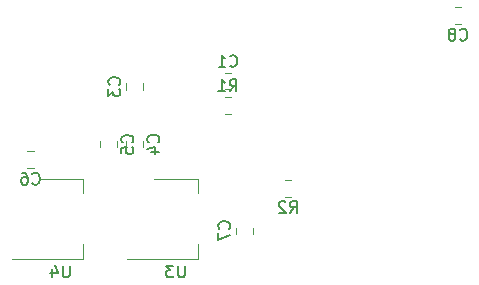
<source format=gbr>
G04 #@! TF.GenerationSoftware,KiCad,Pcbnew,(5.1.4)-1*
G04 #@! TF.CreationDate,2020-06-16T20:58:40+02:00*
G04 #@! TF.ProjectId,STM32F030C6_Board,53544d33-3246-4303-9330-43365f426f61,rev?*
G04 #@! TF.SameCoordinates,Original*
G04 #@! TF.FileFunction,Legend,Bot*
G04 #@! TF.FilePolarity,Positive*
%FSLAX46Y46*%
G04 Gerber Fmt 4.6, Leading zero omitted, Abs format (unit mm)*
G04 Created by KiCad (PCBNEW (5.1.4)-1) date 2020-06-16 20:58:40*
%MOMM*%
%LPD*%
G04 APERTURE LIST*
%ADD10C,0.120000*%
%ADD11C,0.150000*%
G04 APERTURE END LIST*
D10*
X166786251Y-103015001D02*
X166263747Y-103015001D01*
X166786251Y-104435001D02*
X166263747Y-104435001D01*
X157890000Y-103938748D02*
X157890000Y-104461252D01*
X159310000Y-103938748D02*
X159310000Y-104461252D01*
X157890000Y-109336252D02*
X157890000Y-108813748D01*
X159310000Y-109336252D02*
X159310000Y-108813748D01*
X157110000Y-109361252D02*
X157110000Y-108838748D01*
X155690000Y-109361252D02*
X155690000Y-108838748D01*
X149538748Y-111110000D02*
X150061252Y-111110000D01*
X149538748Y-109690000D02*
X150061252Y-109690000D01*
X168610000Y-116138748D02*
X168610000Y-116661252D01*
X167190000Y-116138748D02*
X167190000Y-116661252D01*
X185738748Y-97490000D02*
X186261252Y-97490000D01*
X185738748Y-98910000D02*
X186261252Y-98910000D01*
X166761252Y-106510000D02*
X166238748Y-106510000D01*
X166761252Y-105090000D02*
X166238748Y-105090000D01*
X171338748Y-113510000D02*
X171861252Y-113510000D01*
X171338748Y-112090000D02*
X171861252Y-112090000D01*
X164010000Y-111990000D02*
X164010000Y-113250000D01*
X164010000Y-118810000D02*
X164010000Y-117550000D01*
X160250000Y-111990000D02*
X164010000Y-111990000D01*
X158000000Y-118810000D02*
X164010000Y-118810000D01*
X148250000Y-118810000D02*
X154260000Y-118810000D01*
X150500000Y-111990000D02*
X154260000Y-111990000D01*
X154260000Y-118810000D02*
X154260000Y-117550000D01*
X154260000Y-111990000D02*
X154260000Y-113250000D01*
D11*
X166691665Y-102432143D02*
X166739284Y-102479762D01*
X166882141Y-102527381D01*
X166977379Y-102527381D01*
X167120237Y-102479762D01*
X167215475Y-102384524D01*
X167263094Y-102289286D01*
X167310713Y-102098810D01*
X167310713Y-101955953D01*
X167263094Y-101765477D01*
X167215475Y-101670239D01*
X167120237Y-101575001D01*
X166977379Y-101527381D01*
X166882141Y-101527381D01*
X166739284Y-101575001D01*
X166691665Y-101622620D01*
X165739284Y-102527381D02*
X166310713Y-102527381D01*
X166024999Y-102527381D02*
X166024999Y-101527381D01*
X166120237Y-101670239D01*
X166215475Y-101765477D01*
X166310713Y-101813096D01*
X157307142Y-104033333D02*
X157354761Y-103985714D01*
X157402380Y-103842857D01*
X157402380Y-103747619D01*
X157354761Y-103604761D01*
X157259523Y-103509523D01*
X157164285Y-103461904D01*
X156973809Y-103414285D01*
X156830952Y-103414285D01*
X156640476Y-103461904D01*
X156545238Y-103509523D01*
X156450000Y-103604761D01*
X156402380Y-103747619D01*
X156402380Y-103842857D01*
X156450000Y-103985714D01*
X156497619Y-104033333D01*
X156402380Y-104366666D02*
X156402380Y-104985714D01*
X156783333Y-104652380D01*
X156783333Y-104795238D01*
X156830952Y-104890476D01*
X156878571Y-104938095D01*
X156973809Y-104985714D01*
X157211904Y-104985714D01*
X157307142Y-104938095D01*
X157354761Y-104890476D01*
X157402380Y-104795238D01*
X157402380Y-104509523D01*
X157354761Y-104414285D01*
X157307142Y-104366666D01*
X160607142Y-108908333D02*
X160654761Y-108860714D01*
X160702380Y-108717857D01*
X160702380Y-108622619D01*
X160654761Y-108479761D01*
X160559523Y-108384523D01*
X160464285Y-108336904D01*
X160273809Y-108289285D01*
X160130952Y-108289285D01*
X159940476Y-108336904D01*
X159845238Y-108384523D01*
X159750000Y-108479761D01*
X159702380Y-108622619D01*
X159702380Y-108717857D01*
X159750000Y-108860714D01*
X159797619Y-108908333D01*
X160035714Y-109765476D02*
X160702380Y-109765476D01*
X159654761Y-109527380D02*
X160369047Y-109289285D01*
X160369047Y-109908333D01*
X158407142Y-108933333D02*
X158454761Y-108885714D01*
X158502380Y-108742857D01*
X158502380Y-108647619D01*
X158454761Y-108504761D01*
X158359523Y-108409523D01*
X158264285Y-108361904D01*
X158073809Y-108314285D01*
X157930952Y-108314285D01*
X157740476Y-108361904D01*
X157645238Y-108409523D01*
X157550000Y-108504761D01*
X157502380Y-108647619D01*
X157502380Y-108742857D01*
X157550000Y-108885714D01*
X157597619Y-108933333D01*
X157502380Y-109838095D02*
X157502380Y-109361904D01*
X157978571Y-109314285D01*
X157930952Y-109361904D01*
X157883333Y-109457142D01*
X157883333Y-109695238D01*
X157930952Y-109790476D01*
X157978571Y-109838095D01*
X158073809Y-109885714D01*
X158311904Y-109885714D01*
X158407142Y-109838095D01*
X158454761Y-109790476D01*
X158502380Y-109695238D01*
X158502380Y-109457142D01*
X158454761Y-109361904D01*
X158407142Y-109314285D01*
X149966666Y-112407142D02*
X150014285Y-112454761D01*
X150157142Y-112502380D01*
X150252380Y-112502380D01*
X150395238Y-112454761D01*
X150490476Y-112359523D01*
X150538095Y-112264285D01*
X150585714Y-112073809D01*
X150585714Y-111930952D01*
X150538095Y-111740476D01*
X150490476Y-111645238D01*
X150395238Y-111550000D01*
X150252380Y-111502380D01*
X150157142Y-111502380D01*
X150014285Y-111550000D01*
X149966666Y-111597619D01*
X149109523Y-111502380D02*
X149300000Y-111502380D01*
X149395238Y-111550000D01*
X149442857Y-111597619D01*
X149538095Y-111740476D01*
X149585714Y-111930952D01*
X149585714Y-112311904D01*
X149538095Y-112407142D01*
X149490476Y-112454761D01*
X149395238Y-112502380D01*
X149204761Y-112502380D01*
X149109523Y-112454761D01*
X149061904Y-112407142D01*
X149014285Y-112311904D01*
X149014285Y-112073809D01*
X149061904Y-111978571D01*
X149109523Y-111930952D01*
X149204761Y-111883333D01*
X149395238Y-111883333D01*
X149490476Y-111930952D01*
X149538095Y-111978571D01*
X149585714Y-112073809D01*
X166607142Y-116233333D02*
X166654761Y-116185714D01*
X166702380Y-116042857D01*
X166702380Y-115947619D01*
X166654761Y-115804761D01*
X166559523Y-115709523D01*
X166464285Y-115661904D01*
X166273809Y-115614285D01*
X166130952Y-115614285D01*
X165940476Y-115661904D01*
X165845238Y-115709523D01*
X165750000Y-115804761D01*
X165702380Y-115947619D01*
X165702380Y-116042857D01*
X165750000Y-116185714D01*
X165797619Y-116233333D01*
X165702380Y-116566666D02*
X165702380Y-117233333D01*
X166702380Y-116804761D01*
X186166666Y-100207142D02*
X186214285Y-100254761D01*
X186357142Y-100302380D01*
X186452380Y-100302380D01*
X186595238Y-100254761D01*
X186690476Y-100159523D01*
X186738095Y-100064285D01*
X186785714Y-99873809D01*
X186785714Y-99730952D01*
X186738095Y-99540476D01*
X186690476Y-99445238D01*
X186595238Y-99350000D01*
X186452380Y-99302380D01*
X186357142Y-99302380D01*
X186214285Y-99350000D01*
X186166666Y-99397619D01*
X185595238Y-99730952D02*
X185690476Y-99683333D01*
X185738095Y-99635714D01*
X185785714Y-99540476D01*
X185785714Y-99492857D01*
X185738095Y-99397619D01*
X185690476Y-99350000D01*
X185595238Y-99302380D01*
X185404761Y-99302380D01*
X185309523Y-99350000D01*
X185261904Y-99397619D01*
X185214285Y-99492857D01*
X185214285Y-99540476D01*
X185261904Y-99635714D01*
X185309523Y-99683333D01*
X185404761Y-99730952D01*
X185595238Y-99730952D01*
X185690476Y-99778571D01*
X185738095Y-99826190D01*
X185785714Y-99921428D01*
X185785714Y-100111904D01*
X185738095Y-100207142D01*
X185690476Y-100254761D01*
X185595238Y-100302380D01*
X185404761Y-100302380D01*
X185309523Y-100254761D01*
X185261904Y-100207142D01*
X185214285Y-100111904D01*
X185214285Y-99921428D01*
X185261904Y-99826190D01*
X185309523Y-99778571D01*
X185404761Y-99730952D01*
X166666666Y-104602380D02*
X167000000Y-104126190D01*
X167238095Y-104602380D02*
X167238095Y-103602380D01*
X166857142Y-103602380D01*
X166761904Y-103650000D01*
X166714285Y-103697619D01*
X166666666Y-103792857D01*
X166666666Y-103935714D01*
X166714285Y-104030952D01*
X166761904Y-104078571D01*
X166857142Y-104126190D01*
X167238095Y-104126190D01*
X165714285Y-104602380D02*
X166285714Y-104602380D01*
X166000000Y-104602380D02*
X166000000Y-103602380D01*
X166095238Y-103745238D01*
X166190476Y-103840476D01*
X166285714Y-103888095D01*
X171766666Y-114902380D02*
X172100000Y-114426190D01*
X172338095Y-114902380D02*
X172338095Y-113902380D01*
X171957142Y-113902380D01*
X171861904Y-113950000D01*
X171814285Y-113997619D01*
X171766666Y-114092857D01*
X171766666Y-114235714D01*
X171814285Y-114330952D01*
X171861904Y-114378571D01*
X171957142Y-114426190D01*
X172338095Y-114426190D01*
X171385714Y-113997619D02*
X171338095Y-113950000D01*
X171242857Y-113902380D01*
X171004761Y-113902380D01*
X170909523Y-113950000D01*
X170861904Y-113997619D01*
X170814285Y-114092857D01*
X170814285Y-114188095D01*
X170861904Y-114330952D01*
X171433333Y-114902380D01*
X170814285Y-114902380D01*
X162861904Y-119352380D02*
X162861904Y-120161904D01*
X162814285Y-120257142D01*
X162766666Y-120304761D01*
X162671428Y-120352380D01*
X162480952Y-120352380D01*
X162385714Y-120304761D01*
X162338095Y-120257142D01*
X162290476Y-120161904D01*
X162290476Y-119352380D01*
X161909523Y-119352380D02*
X161290476Y-119352380D01*
X161623809Y-119733333D01*
X161480952Y-119733333D01*
X161385714Y-119780952D01*
X161338095Y-119828571D01*
X161290476Y-119923809D01*
X161290476Y-120161904D01*
X161338095Y-120257142D01*
X161385714Y-120304761D01*
X161480952Y-120352380D01*
X161766666Y-120352380D01*
X161861904Y-120304761D01*
X161909523Y-120257142D01*
X153111904Y-119352380D02*
X153111904Y-120161904D01*
X153064285Y-120257142D01*
X153016666Y-120304761D01*
X152921428Y-120352380D01*
X152730952Y-120352380D01*
X152635714Y-120304761D01*
X152588095Y-120257142D01*
X152540476Y-120161904D01*
X152540476Y-119352380D01*
X151635714Y-119685714D02*
X151635714Y-120352380D01*
X151873809Y-119304761D02*
X152111904Y-120019047D01*
X151492857Y-120019047D01*
M02*

</source>
